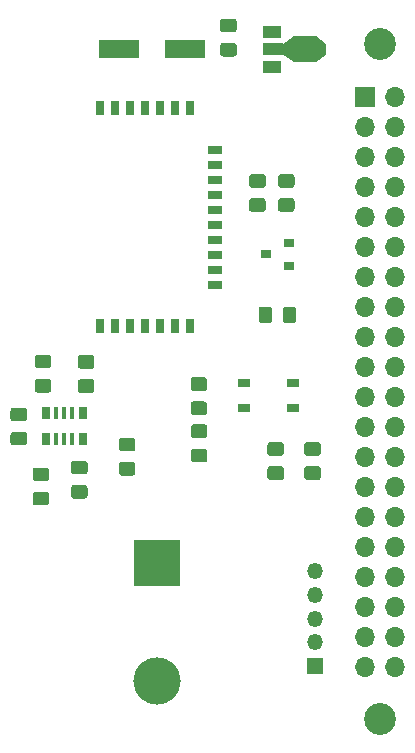
<source format=gbr>
G04 #@! TF.GenerationSoftware,KiCad,Pcbnew,(5.1.5-0-10_14)*
G04 #@! TF.CreationDate,2020-11-06T22:36:16+01:00*
G04 #@! TF.ProjectId,HB-RF-MOD,48422d52-462d-44d4-9f44-2e6b69636164,rev?*
G04 #@! TF.SameCoordinates,Original*
G04 #@! TF.FileFunction,Soldermask,Top*
G04 #@! TF.FilePolarity,Negative*
%FSLAX46Y46*%
G04 Gerber Fmt 4.6, Leading zero omitted, Abs format (unit mm)*
G04 Created by KiCad (PCBNEW (5.1.5-0-10_14)) date 2020-11-06 22:36:16*
%MOMM*%
%LPD*%
G04 APERTURE LIST*
%ADD10O,1.350000X1.350000*%
%ADD11R,1.350000X1.350000*%
%ADD12R,0.800000X1.200000*%
%ADD13R,1.200000X0.800000*%
%ADD14R,0.400000X1.100000*%
%ADD15R,0.700000X1.100000*%
%ADD16C,0.100000*%
%ADD17R,1.840000X2.200000*%
%ADD18R,1.500000X1.000000*%
%ADD19R,1.800000X1.000000*%
%ADD20R,1.050000X0.650000*%
%ADD21R,3.500000X1.600000*%
%ADD22C,2.700000*%
%ADD23R,0.900000X0.800000*%
%ADD24C,4.000000*%
%ADD25R,4.000000X4.000000*%
%ADD26O,1.700000X1.700000*%
%ADD27R,1.700000X1.700000*%
G04 APERTURE END LIST*
D10*
X187450000Y-105400000D03*
X187450000Y-107400000D03*
X187450000Y-109400000D03*
X187450000Y-111400000D03*
D11*
X187450000Y-113400000D03*
D12*
X169250000Y-66184800D03*
X170520000Y-66184800D03*
X171790000Y-66184800D03*
X173060000Y-66184800D03*
X174330000Y-66184800D03*
X175600000Y-66184800D03*
X176870000Y-66188500D03*
D13*
X179005000Y-69735000D03*
X179005000Y-71005000D03*
X179005000Y-72275000D03*
X179005000Y-73545000D03*
X179005000Y-74815000D03*
X179005000Y-76085000D03*
X179005000Y-77355000D03*
X179005000Y-78625000D03*
X179005000Y-79895000D03*
X179005000Y-81165000D03*
D12*
X176870000Y-84621000D03*
X175600000Y-84621000D03*
X174330000Y-84621000D03*
X173060000Y-84621000D03*
X171790000Y-84621000D03*
X170520000Y-84621000D03*
X169250000Y-84621000D03*
D14*
X166950000Y-94200000D03*
X166250000Y-94200000D03*
X165550000Y-94200000D03*
X165550000Y-92000000D03*
X166250000Y-92000000D03*
X166950000Y-92000000D03*
D15*
X167800000Y-94200000D03*
X164700000Y-94200000D03*
X164700000Y-92000000D03*
X167800000Y-92000000D03*
D16*
G36*
X162874505Y-93576204D02*
G01*
X162898773Y-93579804D01*
X162922572Y-93585765D01*
X162945671Y-93594030D01*
X162967850Y-93604520D01*
X162988893Y-93617132D01*
X163008599Y-93631747D01*
X163026777Y-93648223D01*
X163043253Y-93666401D01*
X163057868Y-93686107D01*
X163070480Y-93707150D01*
X163080970Y-93729329D01*
X163089235Y-93752428D01*
X163095196Y-93776227D01*
X163098796Y-93800495D01*
X163100000Y-93824999D01*
X163100000Y-94475001D01*
X163098796Y-94499505D01*
X163095196Y-94523773D01*
X163089235Y-94547572D01*
X163080970Y-94570671D01*
X163070480Y-94592850D01*
X163057868Y-94613893D01*
X163043253Y-94633599D01*
X163026777Y-94651777D01*
X163008599Y-94668253D01*
X162988893Y-94682868D01*
X162967850Y-94695480D01*
X162945671Y-94705970D01*
X162922572Y-94714235D01*
X162898773Y-94720196D01*
X162874505Y-94723796D01*
X162850001Y-94725000D01*
X161949999Y-94725000D01*
X161925495Y-94723796D01*
X161901227Y-94720196D01*
X161877428Y-94714235D01*
X161854329Y-94705970D01*
X161832150Y-94695480D01*
X161811107Y-94682868D01*
X161791401Y-94668253D01*
X161773223Y-94651777D01*
X161756747Y-94633599D01*
X161742132Y-94613893D01*
X161729520Y-94592850D01*
X161719030Y-94570671D01*
X161710765Y-94547572D01*
X161704804Y-94523773D01*
X161701204Y-94499505D01*
X161700000Y-94475001D01*
X161700000Y-93824999D01*
X161701204Y-93800495D01*
X161704804Y-93776227D01*
X161710765Y-93752428D01*
X161719030Y-93729329D01*
X161729520Y-93707150D01*
X161742132Y-93686107D01*
X161756747Y-93666401D01*
X161773223Y-93648223D01*
X161791401Y-93631747D01*
X161811107Y-93617132D01*
X161832150Y-93604520D01*
X161854329Y-93594030D01*
X161877428Y-93585765D01*
X161901227Y-93579804D01*
X161925495Y-93576204D01*
X161949999Y-93575000D01*
X162850001Y-93575000D01*
X162874505Y-93576204D01*
G37*
G36*
X162874505Y-91526204D02*
G01*
X162898773Y-91529804D01*
X162922572Y-91535765D01*
X162945671Y-91544030D01*
X162967850Y-91554520D01*
X162988893Y-91567132D01*
X163008599Y-91581747D01*
X163026777Y-91598223D01*
X163043253Y-91616401D01*
X163057868Y-91636107D01*
X163070480Y-91657150D01*
X163080970Y-91679329D01*
X163089235Y-91702428D01*
X163095196Y-91726227D01*
X163098796Y-91750495D01*
X163100000Y-91774999D01*
X163100000Y-92425001D01*
X163098796Y-92449505D01*
X163095196Y-92473773D01*
X163089235Y-92497572D01*
X163080970Y-92520671D01*
X163070480Y-92542850D01*
X163057868Y-92563893D01*
X163043253Y-92583599D01*
X163026777Y-92601777D01*
X163008599Y-92618253D01*
X162988893Y-92632868D01*
X162967850Y-92645480D01*
X162945671Y-92655970D01*
X162922572Y-92664235D01*
X162898773Y-92670196D01*
X162874505Y-92673796D01*
X162850001Y-92675000D01*
X161949999Y-92675000D01*
X161925495Y-92673796D01*
X161901227Y-92670196D01*
X161877428Y-92664235D01*
X161854329Y-92655970D01*
X161832150Y-92645480D01*
X161811107Y-92632868D01*
X161791401Y-92618253D01*
X161773223Y-92601777D01*
X161756747Y-92583599D01*
X161742132Y-92563893D01*
X161729520Y-92542850D01*
X161719030Y-92520671D01*
X161710765Y-92497572D01*
X161704804Y-92473773D01*
X161701204Y-92449505D01*
X161700000Y-92425001D01*
X161700000Y-91774999D01*
X161701204Y-91750495D01*
X161704804Y-91726227D01*
X161710765Y-91702428D01*
X161719030Y-91679329D01*
X161729520Y-91657150D01*
X161742132Y-91636107D01*
X161756747Y-91616401D01*
X161773223Y-91598223D01*
X161791401Y-91581747D01*
X161811107Y-91567132D01*
X161832150Y-91554520D01*
X161854329Y-91544030D01*
X161877428Y-91535765D01*
X161901227Y-91529804D01*
X161925495Y-91526204D01*
X161949999Y-91525000D01*
X162850001Y-91525000D01*
X162874505Y-91526204D01*
G37*
G36*
X167999505Y-98076204D02*
G01*
X168023773Y-98079804D01*
X168047572Y-98085765D01*
X168070671Y-98094030D01*
X168092850Y-98104520D01*
X168113893Y-98117132D01*
X168133599Y-98131747D01*
X168151777Y-98148223D01*
X168168253Y-98166401D01*
X168182868Y-98186107D01*
X168195480Y-98207150D01*
X168205970Y-98229329D01*
X168214235Y-98252428D01*
X168220196Y-98276227D01*
X168223796Y-98300495D01*
X168225000Y-98324999D01*
X168225000Y-98975001D01*
X168223796Y-98999505D01*
X168220196Y-99023773D01*
X168214235Y-99047572D01*
X168205970Y-99070671D01*
X168195480Y-99092850D01*
X168182868Y-99113893D01*
X168168253Y-99133599D01*
X168151777Y-99151777D01*
X168133599Y-99168253D01*
X168113893Y-99182868D01*
X168092850Y-99195480D01*
X168070671Y-99205970D01*
X168047572Y-99214235D01*
X168023773Y-99220196D01*
X167999505Y-99223796D01*
X167975001Y-99225000D01*
X167074999Y-99225000D01*
X167050495Y-99223796D01*
X167026227Y-99220196D01*
X167002428Y-99214235D01*
X166979329Y-99205970D01*
X166957150Y-99195480D01*
X166936107Y-99182868D01*
X166916401Y-99168253D01*
X166898223Y-99151777D01*
X166881747Y-99133599D01*
X166867132Y-99113893D01*
X166854520Y-99092850D01*
X166844030Y-99070671D01*
X166835765Y-99047572D01*
X166829804Y-99023773D01*
X166826204Y-98999505D01*
X166825000Y-98975001D01*
X166825000Y-98324999D01*
X166826204Y-98300495D01*
X166829804Y-98276227D01*
X166835765Y-98252428D01*
X166844030Y-98229329D01*
X166854520Y-98207150D01*
X166867132Y-98186107D01*
X166881747Y-98166401D01*
X166898223Y-98148223D01*
X166916401Y-98131747D01*
X166936107Y-98117132D01*
X166957150Y-98104520D01*
X166979329Y-98094030D01*
X167002428Y-98085765D01*
X167026227Y-98079804D01*
X167050495Y-98076204D01*
X167074999Y-98075000D01*
X167975001Y-98075000D01*
X167999505Y-98076204D01*
G37*
G36*
X167999505Y-96026204D02*
G01*
X168023773Y-96029804D01*
X168047572Y-96035765D01*
X168070671Y-96044030D01*
X168092850Y-96054520D01*
X168113893Y-96067132D01*
X168133599Y-96081747D01*
X168151777Y-96098223D01*
X168168253Y-96116401D01*
X168182868Y-96136107D01*
X168195480Y-96157150D01*
X168205970Y-96179329D01*
X168214235Y-96202428D01*
X168220196Y-96226227D01*
X168223796Y-96250495D01*
X168225000Y-96274999D01*
X168225000Y-96925001D01*
X168223796Y-96949505D01*
X168220196Y-96973773D01*
X168214235Y-96997572D01*
X168205970Y-97020671D01*
X168195480Y-97042850D01*
X168182868Y-97063893D01*
X168168253Y-97083599D01*
X168151777Y-97101777D01*
X168133599Y-97118253D01*
X168113893Y-97132868D01*
X168092850Y-97145480D01*
X168070671Y-97155970D01*
X168047572Y-97164235D01*
X168023773Y-97170196D01*
X167999505Y-97173796D01*
X167975001Y-97175000D01*
X167074999Y-97175000D01*
X167050495Y-97173796D01*
X167026227Y-97170196D01*
X167002428Y-97164235D01*
X166979329Y-97155970D01*
X166957150Y-97145480D01*
X166936107Y-97132868D01*
X166916401Y-97118253D01*
X166898223Y-97101777D01*
X166881747Y-97083599D01*
X166867132Y-97063893D01*
X166854520Y-97042850D01*
X166844030Y-97020671D01*
X166835765Y-96997572D01*
X166829804Y-96973773D01*
X166826204Y-96949505D01*
X166825000Y-96925001D01*
X166825000Y-96274999D01*
X166826204Y-96250495D01*
X166829804Y-96226227D01*
X166835765Y-96202428D01*
X166844030Y-96179329D01*
X166854520Y-96157150D01*
X166867132Y-96136107D01*
X166881747Y-96116401D01*
X166898223Y-96098223D01*
X166916401Y-96081747D01*
X166936107Y-96067132D01*
X166957150Y-96054520D01*
X166979329Y-96044030D01*
X167002428Y-96035765D01*
X167026227Y-96029804D01*
X167050495Y-96026204D01*
X167074999Y-96025000D01*
X167975001Y-96025000D01*
X167999505Y-96026204D01*
G37*
G36*
X185723800Y-62300000D02*
G01*
X184723800Y-61600000D01*
X184723800Y-60800000D01*
X185723800Y-60100000D01*
X185723800Y-62300000D01*
G37*
D17*
X186633500Y-61200000D03*
D18*
X183820000Y-62700000D03*
D19*
X183966500Y-61200000D03*
D18*
X183820000Y-59700000D03*
D16*
G36*
X187542000Y-60100000D02*
G01*
X188392000Y-60700000D01*
X188392000Y-61700000D01*
X187542000Y-62300000D01*
X187542000Y-60100000D01*
G37*
D20*
X185650000Y-91575000D03*
X181500000Y-91575000D03*
X185650000Y-89425000D03*
X181500000Y-89425000D03*
D16*
G36*
X187749505Y-96501204D02*
G01*
X187773773Y-96504804D01*
X187797572Y-96510765D01*
X187820671Y-96519030D01*
X187842850Y-96529520D01*
X187863893Y-96542132D01*
X187883599Y-96556747D01*
X187901777Y-96573223D01*
X187918253Y-96591401D01*
X187932868Y-96611107D01*
X187945480Y-96632150D01*
X187955970Y-96654329D01*
X187964235Y-96677428D01*
X187970196Y-96701227D01*
X187973796Y-96725495D01*
X187975000Y-96749999D01*
X187975000Y-97400001D01*
X187973796Y-97424505D01*
X187970196Y-97448773D01*
X187964235Y-97472572D01*
X187955970Y-97495671D01*
X187945480Y-97517850D01*
X187932868Y-97538893D01*
X187918253Y-97558599D01*
X187901777Y-97576777D01*
X187883599Y-97593253D01*
X187863893Y-97607868D01*
X187842850Y-97620480D01*
X187820671Y-97630970D01*
X187797572Y-97639235D01*
X187773773Y-97645196D01*
X187749505Y-97648796D01*
X187725001Y-97650000D01*
X186824999Y-97650000D01*
X186800495Y-97648796D01*
X186776227Y-97645196D01*
X186752428Y-97639235D01*
X186729329Y-97630970D01*
X186707150Y-97620480D01*
X186686107Y-97607868D01*
X186666401Y-97593253D01*
X186648223Y-97576777D01*
X186631747Y-97558599D01*
X186617132Y-97538893D01*
X186604520Y-97517850D01*
X186594030Y-97495671D01*
X186585765Y-97472572D01*
X186579804Y-97448773D01*
X186576204Y-97424505D01*
X186575000Y-97400001D01*
X186575000Y-96749999D01*
X186576204Y-96725495D01*
X186579804Y-96701227D01*
X186585765Y-96677428D01*
X186594030Y-96654329D01*
X186604520Y-96632150D01*
X186617132Y-96611107D01*
X186631747Y-96591401D01*
X186648223Y-96573223D01*
X186666401Y-96556747D01*
X186686107Y-96542132D01*
X186707150Y-96529520D01*
X186729329Y-96519030D01*
X186752428Y-96510765D01*
X186776227Y-96504804D01*
X186800495Y-96501204D01*
X186824999Y-96500000D01*
X187725001Y-96500000D01*
X187749505Y-96501204D01*
G37*
G36*
X187749505Y-94451204D02*
G01*
X187773773Y-94454804D01*
X187797572Y-94460765D01*
X187820671Y-94469030D01*
X187842850Y-94479520D01*
X187863893Y-94492132D01*
X187883599Y-94506747D01*
X187901777Y-94523223D01*
X187918253Y-94541401D01*
X187932868Y-94561107D01*
X187945480Y-94582150D01*
X187955970Y-94604329D01*
X187964235Y-94627428D01*
X187970196Y-94651227D01*
X187973796Y-94675495D01*
X187975000Y-94699999D01*
X187975000Y-95350001D01*
X187973796Y-95374505D01*
X187970196Y-95398773D01*
X187964235Y-95422572D01*
X187955970Y-95445671D01*
X187945480Y-95467850D01*
X187932868Y-95488893D01*
X187918253Y-95508599D01*
X187901777Y-95526777D01*
X187883599Y-95543253D01*
X187863893Y-95557868D01*
X187842850Y-95570480D01*
X187820671Y-95580970D01*
X187797572Y-95589235D01*
X187773773Y-95595196D01*
X187749505Y-95598796D01*
X187725001Y-95600000D01*
X186824999Y-95600000D01*
X186800495Y-95598796D01*
X186776227Y-95595196D01*
X186752428Y-95589235D01*
X186729329Y-95580970D01*
X186707150Y-95570480D01*
X186686107Y-95557868D01*
X186666401Y-95543253D01*
X186648223Y-95526777D01*
X186631747Y-95508599D01*
X186617132Y-95488893D01*
X186604520Y-95467850D01*
X186594030Y-95445671D01*
X186585765Y-95422572D01*
X186579804Y-95398773D01*
X186576204Y-95374505D01*
X186575000Y-95350001D01*
X186575000Y-94699999D01*
X186576204Y-94675495D01*
X186579804Y-94651227D01*
X186585765Y-94627428D01*
X186594030Y-94604329D01*
X186604520Y-94582150D01*
X186617132Y-94561107D01*
X186631747Y-94541401D01*
X186648223Y-94523223D01*
X186666401Y-94506747D01*
X186686107Y-94492132D01*
X186707150Y-94479520D01*
X186729329Y-94469030D01*
X186752428Y-94460765D01*
X186776227Y-94454804D01*
X186800495Y-94451204D01*
X186824999Y-94450000D01*
X187725001Y-94450000D01*
X187749505Y-94451204D01*
G37*
G36*
X164749505Y-98651204D02*
G01*
X164773773Y-98654804D01*
X164797572Y-98660765D01*
X164820671Y-98669030D01*
X164842850Y-98679520D01*
X164863893Y-98692132D01*
X164883599Y-98706747D01*
X164901777Y-98723223D01*
X164918253Y-98741401D01*
X164932868Y-98761107D01*
X164945480Y-98782150D01*
X164955970Y-98804329D01*
X164964235Y-98827428D01*
X164970196Y-98851227D01*
X164973796Y-98875495D01*
X164975000Y-98899999D01*
X164975000Y-99550001D01*
X164973796Y-99574505D01*
X164970196Y-99598773D01*
X164964235Y-99622572D01*
X164955970Y-99645671D01*
X164945480Y-99667850D01*
X164932868Y-99688893D01*
X164918253Y-99708599D01*
X164901777Y-99726777D01*
X164883599Y-99743253D01*
X164863893Y-99757868D01*
X164842850Y-99770480D01*
X164820671Y-99780970D01*
X164797572Y-99789235D01*
X164773773Y-99795196D01*
X164749505Y-99798796D01*
X164725001Y-99800000D01*
X163824999Y-99800000D01*
X163800495Y-99798796D01*
X163776227Y-99795196D01*
X163752428Y-99789235D01*
X163729329Y-99780970D01*
X163707150Y-99770480D01*
X163686107Y-99757868D01*
X163666401Y-99743253D01*
X163648223Y-99726777D01*
X163631747Y-99708599D01*
X163617132Y-99688893D01*
X163604520Y-99667850D01*
X163594030Y-99645671D01*
X163585765Y-99622572D01*
X163579804Y-99598773D01*
X163576204Y-99574505D01*
X163575000Y-99550001D01*
X163575000Y-98899999D01*
X163576204Y-98875495D01*
X163579804Y-98851227D01*
X163585765Y-98827428D01*
X163594030Y-98804329D01*
X163604520Y-98782150D01*
X163617132Y-98761107D01*
X163631747Y-98741401D01*
X163648223Y-98723223D01*
X163666401Y-98706747D01*
X163686107Y-98692132D01*
X163707150Y-98679520D01*
X163729329Y-98669030D01*
X163752428Y-98660765D01*
X163776227Y-98654804D01*
X163800495Y-98651204D01*
X163824999Y-98650000D01*
X164725001Y-98650000D01*
X164749505Y-98651204D01*
G37*
G36*
X164749505Y-96601204D02*
G01*
X164773773Y-96604804D01*
X164797572Y-96610765D01*
X164820671Y-96619030D01*
X164842850Y-96629520D01*
X164863893Y-96642132D01*
X164883599Y-96656747D01*
X164901777Y-96673223D01*
X164918253Y-96691401D01*
X164932868Y-96711107D01*
X164945480Y-96732150D01*
X164955970Y-96754329D01*
X164964235Y-96777428D01*
X164970196Y-96801227D01*
X164973796Y-96825495D01*
X164975000Y-96849999D01*
X164975000Y-97500001D01*
X164973796Y-97524505D01*
X164970196Y-97548773D01*
X164964235Y-97572572D01*
X164955970Y-97595671D01*
X164945480Y-97617850D01*
X164932868Y-97638893D01*
X164918253Y-97658599D01*
X164901777Y-97676777D01*
X164883599Y-97693253D01*
X164863893Y-97707868D01*
X164842850Y-97720480D01*
X164820671Y-97730970D01*
X164797572Y-97739235D01*
X164773773Y-97745196D01*
X164749505Y-97748796D01*
X164725001Y-97750000D01*
X163824999Y-97750000D01*
X163800495Y-97748796D01*
X163776227Y-97745196D01*
X163752428Y-97739235D01*
X163729329Y-97730970D01*
X163707150Y-97720480D01*
X163686107Y-97707868D01*
X163666401Y-97693253D01*
X163648223Y-97676777D01*
X163631747Y-97658599D01*
X163617132Y-97638893D01*
X163604520Y-97617850D01*
X163594030Y-97595671D01*
X163585765Y-97572572D01*
X163579804Y-97548773D01*
X163576204Y-97524505D01*
X163575000Y-97500001D01*
X163575000Y-96849999D01*
X163576204Y-96825495D01*
X163579804Y-96801227D01*
X163585765Y-96777428D01*
X163594030Y-96754329D01*
X163604520Y-96732150D01*
X163617132Y-96711107D01*
X163631747Y-96691401D01*
X163648223Y-96673223D01*
X163666401Y-96656747D01*
X163686107Y-96642132D01*
X163707150Y-96629520D01*
X163729329Y-96619030D01*
X163752428Y-96610765D01*
X163776227Y-96604804D01*
X163800495Y-96601204D01*
X163824999Y-96600000D01*
X164725001Y-96600000D01*
X164749505Y-96601204D01*
G37*
G36*
X164924505Y-87051204D02*
G01*
X164948773Y-87054804D01*
X164972572Y-87060765D01*
X164995671Y-87069030D01*
X165017850Y-87079520D01*
X165038893Y-87092132D01*
X165058599Y-87106747D01*
X165076777Y-87123223D01*
X165093253Y-87141401D01*
X165107868Y-87161107D01*
X165120480Y-87182150D01*
X165130970Y-87204329D01*
X165139235Y-87227428D01*
X165145196Y-87251227D01*
X165148796Y-87275495D01*
X165150000Y-87299999D01*
X165150000Y-87950001D01*
X165148796Y-87974505D01*
X165145196Y-87998773D01*
X165139235Y-88022572D01*
X165130970Y-88045671D01*
X165120480Y-88067850D01*
X165107868Y-88088893D01*
X165093253Y-88108599D01*
X165076777Y-88126777D01*
X165058599Y-88143253D01*
X165038893Y-88157868D01*
X165017850Y-88170480D01*
X164995671Y-88180970D01*
X164972572Y-88189235D01*
X164948773Y-88195196D01*
X164924505Y-88198796D01*
X164900001Y-88200000D01*
X163999999Y-88200000D01*
X163975495Y-88198796D01*
X163951227Y-88195196D01*
X163927428Y-88189235D01*
X163904329Y-88180970D01*
X163882150Y-88170480D01*
X163861107Y-88157868D01*
X163841401Y-88143253D01*
X163823223Y-88126777D01*
X163806747Y-88108599D01*
X163792132Y-88088893D01*
X163779520Y-88067850D01*
X163769030Y-88045671D01*
X163760765Y-88022572D01*
X163754804Y-87998773D01*
X163751204Y-87974505D01*
X163750000Y-87950001D01*
X163750000Y-87299999D01*
X163751204Y-87275495D01*
X163754804Y-87251227D01*
X163760765Y-87227428D01*
X163769030Y-87204329D01*
X163779520Y-87182150D01*
X163792132Y-87161107D01*
X163806747Y-87141401D01*
X163823223Y-87123223D01*
X163841401Y-87106747D01*
X163861107Y-87092132D01*
X163882150Y-87079520D01*
X163904329Y-87069030D01*
X163927428Y-87060765D01*
X163951227Y-87054804D01*
X163975495Y-87051204D01*
X163999999Y-87050000D01*
X164900001Y-87050000D01*
X164924505Y-87051204D01*
G37*
G36*
X164924505Y-89101204D02*
G01*
X164948773Y-89104804D01*
X164972572Y-89110765D01*
X164995671Y-89119030D01*
X165017850Y-89129520D01*
X165038893Y-89142132D01*
X165058599Y-89156747D01*
X165076777Y-89173223D01*
X165093253Y-89191401D01*
X165107868Y-89211107D01*
X165120480Y-89232150D01*
X165130970Y-89254329D01*
X165139235Y-89277428D01*
X165145196Y-89301227D01*
X165148796Y-89325495D01*
X165150000Y-89349999D01*
X165150000Y-90000001D01*
X165148796Y-90024505D01*
X165145196Y-90048773D01*
X165139235Y-90072572D01*
X165130970Y-90095671D01*
X165120480Y-90117850D01*
X165107868Y-90138893D01*
X165093253Y-90158599D01*
X165076777Y-90176777D01*
X165058599Y-90193253D01*
X165038893Y-90207868D01*
X165017850Y-90220480D01*
X164995671Y-90230970D01*
X164972572Y-90239235D01*
X164948773Y-90245196D01*
X164924505Y-90248796D01*
X164900001Y-90250000D01*
X163999999Y-90250000D01*
X163975495Y-90248796D01*
X163951227Y-90245196D01*
X163927428Y-90239235D01*
X163904329Y-90230970D01*
X163882150Y-90220480D01*
X163861107Y-90207868D01*
X163841401Y-90193253D01*
X163823223Y-90176777D01*
X163806747Y-90158599D01*
X163792132Y-90138893D01*
X163779520Y-90117850D01*
X163769030Y-90095671D01*
X163760765Y-90072572D01*
X163754804Y-90048773D01*
X163751204Y-90024505D01*
X163750000Y-90000001D01*
X163750000Y-89349999D01*
X163751204Y-89325495D01*
X163754804Y-89301227D01*
X163760765Y-89277428D01*
X163769030Y-89254329D01*
X163779520Y-89232150D01*
X163792132Y-89211107D01*
X163806747Y-89191401D01*
X163823223Y-89173223D01*
X163841401Y-89156747D01*
X163861107Y-89142132D01*
X163882150Y-89129520D01*
X163904329Y-89119030D01*
X163927428Y-89110765D01*
X163951227Y-89104804D01*
X163975495Y-89101204D01*
X163999999Y-89100000D01*
X164900001Y-89100000D01*
X164924505Y-89101204D01*
G37*
G36*
X168574505Y-87076204D02*
G01*
X168598773Y-87079804D01*
X168622572Y-87085765D01*
X168645671Y-87094030D01*
X168667850Y-87104520D01*
X168688893Y-87117132D01*
X168708599Y-87131747D01*
X168726777Y-87148223D01*
X168743253Y-87166401D01*
X168757868Y-87186107D01*
X168770480Y-87207150D01*
X168780970Y-87229329D01*
X168789235Y-87252428D01*
X168795196Y-87276227D01*
X168798796Y-87300495D01*
X168800000Y-87324999D01*
X168800000Y-87975001D01*
X168798796Y-87999505D01*
X168795196Y-88023773D01*
X168789235Y-88047572D01*
X168780970Y-88070671D01*
X168770480Y-88092850D01*
X168757868Y-88113893D01*
X168743253Y-88133599D01*
X168726777Y-88151777D01*
X168708599Y-88168253D01*
X168688893Y-88182868D01*
X168667850Y-88195480D01*
X168645671Y-88205970D01*
X168622572Y-88214235D01*
X168598773Y-88220196D01*
X168574505Y-88223796D01*
X168550001Y-88225000D01*
X167649999Y-88225000D01*
X167625495Y-88223796D01*
X167601227Y-88220196D01*
X167577428Y-88214235D01*
X167554329Y-88205970D01*
X167532150Y-88195480D01*
X167511107Y-88182868D01*
X167491401Y-88168253D01*
X167473223Y-88151777D01*
X167456747Y-88133599D01*
X167442132Y-88113893D01*
X167429520Y-88092850D01*
X167419030Y-88070671D01*
X167410765Y-88047572D01*
X167404804Y-88023773D01*
X167401204Y-87999505D01*
X167400000Y-87975001D01*
X167400000Y-87324999D01*
X167401204Y-87300495D01*
X167404804Y-87276227D01*
X167410765Y-87252428D01*
X167419030Y-87229329D01*
X167429520Y-87207150D01*
X167442132Y-87186107D01*
X167456747Y-87166401D01*
X167473223Y-87148223D01*
X167491401Y-87131747D01*
X167511107Y-87117132D01*
X167532150Y-87104520D01*
X167554329Y-87094030D01*
X167577428Y-87085765D01*
X167601227Y-87079804D01*
X167625495Y-87076204D01*
X167649999Y-87075000D01*
X168550001Y-87075000D01*
X168574505Y-87076204D01*
G37*
G36*
X168574505Y-89126204D02*
G01*
X168598773Y-89129804D01*
X168622572Y-89135765D01*
X168645671Y-89144030D01*
X168667850Y-89154520D01*
X168688893Y-89167132D01*
X168708599Y-89181747D01*
X168726777Y-89198223D01*
X168743253Y-89216401D01*
X168757868Y-89236107D01*
X168770480Y-89257150D01*
X168780970Y-89279329D01*
X168789235Y-89302428D01*
X168795196Y-89326227D01*
X168798796Y-89350495D01*
X168800000Y-89374999D01*
X168800000Y-90025001D01*
X168798796Y-90049505D01*
X168795196Y-90073773D01*
X168789235Y-90097572D01*
X168780970Y-90120671D01*
X168770480Y-90142850D01*
X168757868Y-90163893D01*
X168743253Y-90183599D01*
X168726777Y-90201777D01*
X168708599Y-90218253D01*
X168688893Y-90232868D01*
X168667850Y-90245480D01*
X168645671Y-90255970D01*
X168622572Y-90264235D01*
X168598773Y-90270196D01*
X168574505Y-90273796D01*
X168550001Y-90275000D01*
X167649999Y-90275000D01*
X167625495Y-90273796D01*
X167601227Y-90270196D01*
X167577428Y-90264235D01*
X167554329Y-90255970D01*
X167532150Y-90245480D01*
X167511107Y-90232868D01*
X167491401Y-90218253D01*
X167473223Y-90201777D01*
X167456747Y-90183599D01*
X167442132Y-90163893D01*
X167429520Y-90142850D01*
X167419030Y-90120671D01*
X167410765Y-90097572D01*
X167404804Y-90073773D01*
X167401204Y-90049505D01*
X167400000Y-90025001D01*
X167400000Y-89374999D01*
X167401204Y-89350495D01*
X167404804Y-89326227D01*
X167410765Y-89302428D01*
X167419030Y-89279329D01*
X167429520Y-89257150D01*
X167442132Y-89236107D01*
X167456747Y-89216401D01*
X167473223Y-89198223D01*
X167491401Y-89181747D01*
X167511107Y-89167132D01*
X167532150Y-89154520D01*
X167554329Y-89144030D01*
X167577428Y-89135765D01*
X167601227Y-89129804D01*
X167625495Y-89126204D01*
X167649999Y-89125000D01*
X168550001Y-89125000D01*
X168574505Y-89126204D01*
G37*
D21*
X170850000Y-61200000D03*
X176450000Y-61200000D03*
D16*
G36*
X184624505Y-94451204D02*
G01*
X184648773Y-94454804D01*
X184672572Y-94460765D01*
X184695671Y-94469030D01*
X184717850Y-94479520D01*
X184738893Y-94492132D01*
X184758599Y-94506747D01*
X184776777Y-94523223D01*
X184793253Y-94541401D01*
X184807868Y-94561107D01*
X184820480Y-94582150D01*
X184830970Y-94604329D01*
X184839235Y-94627428D01*
X184845196Y-94651227D01*
X184848796Y-94675495D01*
X184850000Y-94699999D01*
X184850000Y-95350001D01*
X184848796Y-95374505D01*
X184845196Y-95398773D01*
X184839235Y-95422572D01*
X184830970Y-95445671D01*
X184820480Y-95467850D01*
X184807868Y-95488893D01*
X184793253Y-95508599D01*
X184776777Y-95526777D01*
X184758599Y-95543253D01*
X184738893Y-95557868D01*
X184717850Y-95570480D01*
X184695671Y-95580970D01*
X184672572Y-95589235D01*
X184648773Y-95595196D01*
X184624505Y-95598796D01*
X184600001Y-95600000D01*
X183699999Y-95600000D01*
X183675495Y-95598796D01*
X183651227Y-95595196D01*
X183627428Y-95589235D01*
X183604329Y-95580970D01*
X183582150Y-95570480D01*
X183561107Y-95557868D01*
X183541401Y-95543253D01*
X183523223Y-95526777D01*
X183506747Y-95508599D01*
X183492132Y-95488893D01*
X183479520Y-95467850D01*
X183469030Y-95445671D01*
X183460765Y-95422572D01*
X183454804Y-95398773D01*
X183451204Y-95374505D01*
X183450000Y-95350001D01*
X183450000Y-94699999D01*
X183451204Y-94675495D01*
X183454804Y-94651227D01*
X183460765Y-94627428D01*
X183469030Y-94604329D01*
X183479520Y-94582150D01*
X183492132Y-94561107D01*
X183506747Y-94541401D01*
X183523223Y-94523223D01*
X183541401Y-94506747D01*
X183561107Y-94492132D01*
X183582150Y-94479520D01*
X183604329Y-94469030D01*
X183627428Y-94460765D01*
X183651227Y-94454804D01*
X183675495Y-94451204D01*
X183699999Y-94450000D01*
X184600001Y-94450000D01*
X184624505Y-94451204D01*
G37*
G36*
X184624505Y-96501204D02*
G01*
X184648773Y-96504804D01*
X184672572Y-96510765D01*
X184695671Y-96519030D01*
X184717850Y-96529520D01*
X184738893Y-96542132D01*
X184758599Y-96556747D01*
X184776777Y-96573223D01*
X184793253Y-96591401D01*
X184807868Y-96611107D01*
X184820480Y-96632150D01*
X184830970Y-96654329D01*
X184839235Y-96677428D01*
X184845196Y-96701227D01*
X184848796Y-96725495D01*
X184850000Y-96749999D01*
X184850000Y-97400001D01*
X184848796Y-97424505D01*
X184845196Y-97448773D01*
X184839235Y-97472572D01*
X184830970Y-97495671D01*
X184820480Y-97517850D01*
X184807868Y-97538893D01*
X184793253Y-97558599D01*
X184776777Y-97576777D01*
X184758599Y-97593253D01*
X184738893Y-97607868D01*
X184717850Y-97620480D01*
X184695671Y-97630970D01*
X184672572Y-97639235D01*
X184648773Y-97645196D01*
X184624505Y-97648796D01*
X184600001Y-97650000D01*
X183699999Y-97650000D01*
X183675495Y-97648796D01*
X183651227Y-97645196D01*
X183627428Y-97639235D01*
X183604329Y-97630970D01*
X183582150Y-97620480D01*
X183561107Y-97607868D01*
X183541401Y-97593253D01*
X183523223Y-97576777D01*
X183506747Y-97558599D01*
X183492132Y-97538893D01*
X183479520Y-97517850D01*
X183469030Y-97495671D01*
X183460765Y-97472572D01*
X183454804Y-97448773D01*
X183451204Y-97424505D01*
X183450000Y-97400001D01*
X183450000Y-96749999D01*
X183451204Y-96725495D01*
X183454804Y-96701227D01*
X183460765Y-96677428D01*
X183469030Y-96654329D01*
X183479520Y-96632150D01*
X183492132Y-96611107D01*
X183506747Y-96591401D01*
X183523223Y-96573223D01*
X183541401Y-96556747D01*
X183561107Y-96542132D01*
X183582150Y-96529520D01*
X183604329Y-96519030D01*
X183627428Y-96510765D01*
X183651227Y-96504804D01*
X183675495Y-96501204D01*
X183699999Y-96500000D01*
X184600001Y-96500000D01*
X184624505Y-96501204D01*
G37*
G36*
X180624505Y-58601204D02*
G01*
X180648773Y-58604804D01*
X180672572Y-58610765D01*
X180695671Y-58619030D01*
X180717850Y-58629520D01*
X180738893Y-58642132D01*
X180758599Y-58656747D01*
X180776777Y-58673223D01*
X180793253Y-58691401D01*
X180807868Y-58711107D01*
X180820480Y-58732150D01*
X180830970Y-58754329D01*
X180839235Y-58777428D01*
X180845196Y-58801227D01*
X180848796Y-58825495D01*
X180850000Y-58849999D01*
X180850000Y-59500001D01*
X180848796Y-59524505D01*
X180845196Y-59548773D01*
X180839235Y-59572572D01*
X180830970Y-59595671D01*
X180820480Y-59617850D01*
X180807868Y-59638893D01*
X180793253Y-59658599D01*
X180776777Y-59676777D01*
X180758599Y-59693253D01*
X180738893Y-59707868D01*
X180717850Y-59720480D01*
X180695671Y-59730970D01*
X180672572Y-59739235D01*
X180648773Y-59745196D01*
X180624505Y-59748796D01*
X180600001Y-59750000D01*
X179699999Y-59750000D01*
X179675495Y-59748796D01*
X179651227Y-59745196D01*
X179627428Y-59739235D01*
X179604329Y-59730970D01*
X179582150Y-59720480D01*
X179561107Y-59707868D01*
X179541401Y-59693253D01*
X179523223Y-59676777D01*
X179506747Y-59658599D01*
X179492132Y-59638893D01*
X179479520Y-59617850D01*
X179469030Y-59595671D01*
X179460765Y-59572572D01*
X179454804Y-59548773D01*
X179451204Y-59524505D01*
X179450000Y-59500001D01*
X179450000Y-58849999D01*
X179451204Y-58825495D01*
X179454804Y-58801227D01*
X179460765Y-58777428D01*
X179469030Y-58754329D01*
X179479520Y-58732150D01*
X179492132Y-58711107D01*
X179506747Y-58691401D01*
X179523223Y-58673223D01*
X179541401Y-58656747D01*
X179561107Y-58642132D01*
X179582150Y-58629520D01*
X179604329Y-58619030D01*
X179627428Y-58610765D01*
X179651227Y-58604804D01*
X179675495Y-58601204D01*
X179699999Y-58600000D01*
X180600001Y-58600000D01*
X180624505Y-58601204D01*
G37*
G36*
X180624505Y-60651204D02*
G01*
X180648773Y-60654804D01*
X180672572Y-60660765D01*
X180695671Y-60669030D01*
X180717850Y-60679520D01*
X180738893Y-60692132D01*
X180758599Y-60706747D01*
X180776777Y-60723223D01*
X180793253Y-60741401D01*
X180807868Y-60761107D01*
X180820480Y-60782150D01*
X180830970Y-60804329D01*
X180839235Y-60827428D01*
X180845196Y-60851227D01*
X180848796Y-60875495D01*
X180850000Y-60899999D01*
X180850000Y-61550001D01*
X180848796Y-61574505D01*
X180845196Y-61598773D01*
X180839235Y-61622572D01*
X180830970Y-61645671D01*
X180820480Y-61667850D01*
X180807868Y-61688893D01*
X180793253Y-61708599D01*
X180776777Y-61726777D01*
X180758599Y-61743253D01*
X180738893Y-61757868D01*
X180717850Y-61770480D01*
X180695671Y-61780970D01*
X180672572Y-61789235D01*
X180648773Y-61795196D01*
X180624505Y-61798796D01*
X180600001Y-61800000D01*
X179699999Y-61800000D01*
X179675495Y-61798796D01*
X179651227Y-61795196D01*
X179627428Y-61789235D01*
X179604329Y-61780970D01*
X179582150Y-61770480D01*
X179561107Y-61757868D01*
X179541401Y-61743253D01*
X179523223Y-61726777D01*
X179506747Y-61708599D01*
X179492132Y-61688893D01*
X179479520Y-61667850D01*
X179469030Y-61645671D01*
X179460765Y-61622572D01*
X179454804Y-61598773D01*
X179451204Y-61574505D01*
X179450000Y-61550001D01*
X179450000Y-60899999D01*
X179451204Y-60875495D01*
X179454804Y-60851227D01*
X179460765Y-60827428D01*
X179469030Y-60804329D01*
X179479520Y-60782150D01*
X179492132Y-60761107D01*
X179506747Y-60741401D01*
X179523223Y-60723223D01*
X179541401Y-60706747D01*
X179561107Y-60692132D01*
X179582150Y-60679520D01*
X179604329Y-60669030D01*
X179627428Y-60660765D01*
X179651227Y-60654804D01*
X179675495Y-60651204D01*
X179699999Y-60650000D01*
X180600001Y-60650000D01*
X180624505Y-60651204D01*
G37*
D22*
X193000000Y-60700000D03*
X193000000Y-117900000D03*
D16*
G36*
X172049505Y-94076204D02*
G01*
X172073773Y-94079804D01*
X172097572Y-94085765D01*
X172120671Y-94094030D01*
X172142850Y-94104520D01*
X172163893Y-94117132D01*
X172183599Y-94131747D01*
X172201777Y-94148223D01*
X172218253Y-94166401D01*
X172232868Y-94186107D01*
X172245480Y-94207150D01*
X172255970Y-94229329D01*
X172264235Y-94252428D01*
X172270196Y-94276227D01*
X172273796Y-94300495D01*
X172275000Y-94324999D01*
X172275000Y-94975001D01*
X172273796Y-94999505D01*
X172270196Y-95023773D01*
X172264235Y-95047572D01*
X172255970Y-95070671D01*
X172245480Y-95092850D01*
X172232868Y-95113893D01*
X172218253Y-95133599D01*
X172201777Y-95151777D01*
X172183599Y-95168253D01*
X172163893Y-95182868D01*
X172142850Y-95195480D01*
X172120671Y-95205970D01*
X172097572Y-95214235D01*
X172073773Y-95220196D01*
X172049505Y-95223796D01*
X172025001Y-95225000D01*
X171124999Y-95225000D01*
X171100495Y-95223796D01*
X171076227Y-95220196D01*
X171052428Y-95214235D01*
X171029329Y-95205970D01*
X171007150Y-95195480D01*
X170986107Y-95182868D01*
X170966401Y-95168253D01*
X170948223Y-95151777D01*
X170931747Y-95133599D01*
X170917132Y-95113893D01*
X170904520Y-95092850D01*
X170894030Y-95070671D01*
X170885765Y-95047572D01*
X170879804Y-95023773D01*
X170876204Y-94999505D01*
X170875000Y-94975001D01*
X170875000Y-94324999D01*
X170876204Y-94300495D01*
X170879804Y-94276227D01*
X170885765Y-94252428D01*
X170894030Y-94229329D01*
X170904520Y-94207150D01*
X170917132Y-94186107D01*
X170931747Y-94166401D01*
X170948223Y-94148223D01*
X170966401Y-94131747D01*
X170986107Y-94117132D01*
X171007150Y-94104520D01*
X171029329Y-94094030D01*
X171052428Y-94085765D01*
X171076227Y-94079804D01*
X171100495Y-94076204D01*
X171124999Y-94075000D01*
X172025001Y-94075000D01*
X172049505Y-94076204D01*
G37*
G36*
X172049505Y-96126204D02*
G01*
X172073773Y-96129804D01*
X172097572Y-96135765D01*
X172120671Y-96144030D01*
X172142850Y-96154520D01*
X172163893Y-96167132D01*
X172183599Y-96181747D01*
X172201777Y-96198223D01*
X172218253Y-96216401D01*
X172232868Y-96236107D01*
X172245480Y-96257150D01*
X172255970Y-96279329D01*
X172264235Y-96302428D01*
X172270196Y-96326227D01*
X172273796Y-96350495D01*
X172275000Y-96374999D01*
X172275000Y-97025001D01*
X172273796Y-97049505D01*
X172270196Y-97073773D01*
X172264235Y-97097572D01*
X172255970Y-97120671D01*
X172245480Y-97142850D01*
X172232868Y-97163893D01*
X172218253Y-97183599D01*
X172201777Y-97201777D01*
X172183599Y-97218253D01*
X172163893Y-97232868D01*
X172142850Y-97245480D01*
X172120671Y-97255970D01*
X172097572Y-97264235D01*
X172073773Y-97270196D01*
X172049505Y-97273796D01*
X172025001Y-97275000D01*
X171124999Y-97275000D01*
X171100495Y-97273796D01*
X171076227Y-97270196D01*
X171052428Y-97264235D01*
X171029329Y-97255970D01*
X171007150Y-97245480D01*
X170986107Y-97232868D01*
X170966401Y-97218253D01*
X170948223Y-97201777D01*
X170931747Y-97183599D01*
X170917132Y-97163893D01*
X170904520Y-97142850D01*
X170894030Y-97120671D01*
X170885765Y-97097572D01*
X170879804Y-97073773D01*
X170876204Y-97049505D01*
X170875000Y-97025001D01*
X170875000Y-96374999D01*
X170876204Y-96350495D01*
X170879804Y-96326227D01*
X170885765Y-96302428D01*
X170894030Y-96279329D01*
X170904520Y-96257150D01*
X170917132Y-96236107D01*
X170931747Y-96216401D01*
X170948223Y-96198223D01*
X170966401Y-96181747D01*
X170986107Y-96167132D01*
X171007150Y-96154520D01*
X171029329Y-96144030D01*
X171052428Y-96135765D01*
X171076227Y-96129804D01*
X171100495Y-96126204D01*
X171124999Y-96125000D01*
X172025001Y-96125000D01*
X172049505Y-96126204D01*
G37*
G36*
X178124505Y-88955504D02*
G01*
X178148773Y-88959104D01*
X178172572Y-88965065D01*
X178195671Y-88973330D01*
X178217850Y-88983820D01*
X178238893Y-88996432D01*
X178258599Y-89011047D01*
X178276777Y-89027523D01*
X178293253Y-89045701D01*
X178307868Y-89065407D01*
X178320480Y-89086450D01*
X178330970Y-89108629D01*
X178339235Y-89131728D01*
X178345196Y-89155527D01*
X178348796Y-89179795D01*
X178350000Y-89204299D01*
X178350000Y-89854301D01*
X178348796Y-89878805D01*
X178345196Y-89903073D01*
X178339235Y-89926872D01*
X178330970Y-89949971D01*
X178320480Y-89972150D01*
X178307868Y-89993193D01*
X178293253Y-90012899D01*
X178276777Y-90031077D01*
X178258599Y-90047553D01*
X178238893Y-90062168D01*
X178217850Y-90074780D01*
X178195671Y-90085270D01*
X178172572Y-90093535D01*
X178148773Y-90099496D01*
X178124505Y-90103096D01*
X178100001Y-90104300D01*
X177199999Y-90104300D01*
X177175495Y-90103096D01*
X177151227Y-90099496D01*
X177127428Y-90093535D01*
X177104329Y-90085270D01*
X177082150Y-90074780D01*
X177061107Y-90062168D01*
X177041401Y-90047553D01*
X177023223Y-90031077D01*
X177006747Y-90012899D01*
X176992132Y-89993193D01*
X176979520Y-89972150D01*
X176969030Y-89949971D01*
X176960765Y-89926872D01*
X176954804Y-89903073D01*
X176951204Y-89878805D01*
X176950000Y-89854301D01*
X176950000Y-89204299D01*
X176951204Y-89179795D01*
X176954804Y-89155527D01*
X176960765Y-89131728D01*
X176969030Y-89108629D01*
X176979520Y-89086450D01*
X176992132Y-89065407D01*
X177006747Y-89045701D01*
X177023223Y-89027523D01*
X177041401Y-89011047D01*
X177061107Y-88996432D01*
X177082150Y-88983820D01*
X177104329Y-88973330D01*
X177127428Y-88965065D01*
X177151227Y-88959104D01*
X177175495Y-88955504D01*
X177199999Y-88954300D01*
X178100001Y-88954300D01*
X178124505Y-88955504D01*
G37*
G36*
X178124505Y-91005504D02*
G01*
X178148773Y-91009104D01*
X178172572Y-91015065D01*
X178195671Y-91023330D01*
X178217850Y-91033820D01*
X178238893Y-91046432D01*
X178258599Y-91061047D01*
X178276777Y-91077523D01*
X178293253Y-91095701D01*
X178307868Y-91115407D01*
X178320480Y-91136450D01*
X178330970Y-91158629D01*
X178339235Y-91181728D01*
X178345196Y-91205527D01*
X178348796Y-91229795D01*
X178350000Y-91254299D01*
X178350000Y-91904301D01*
X178348796Y-91928805D01*
X178345196Y-91953073D01*
X178339235Y-91976872D01*
X178330970Y-91999971D01*
X178320480Y-92022150D01*
X178307868Y-92043193D01*
X178293253Y-92062899D01*
X178276777Y-92081077D01*
X178258599Y-92097553D01*
X178238893Y-92112168D01*
X178217850Y-92124780D01*
X178195671Y-92135270D01*
X178172572Y-92143535D01*
X178148773Y-92149496D01*
X178124505Y-92153096D01*
X178100001Y-92154300D01*
X177199999Y-92154300D01*
X177175495Y-92153096D01*
X177151227Y-92149496D01*
X177127428Y-92143535D01*
X177104329Y-92135270D01*
X177082150Y-92124780D01*
X177061107Y-92112168D01*
X177041401Y-92097553D01*
X177023223Y-92081077D01*
X177006747Y-92062899D01*
X176992132Y-92043193D01*
X176979520Y-92022150D01*
X176969030Y-91999971D01*
X176960765Y-91976872D01*
X176954804Y-91953073D01*
X176951204Y-91928805D01*
X176950000Y-91904301D01*
X176950000Y-91254299D01*
X176951204Y-91229795D01*
X176954804Y-91205527D01*
X176960765Y-91181728D01*
X176969030Y-91158629D01*
X176979520Y-91136450D01*
X176992132Y-91115407D01*
X177006747Y-91095701D01*
X177023223Y-91077523D01*
X177041401Y-91061047D01*
X177061107Y-91046432D01*
X177082150Y-91033820D01*
X177104329Y-91023330D01*
X177127428Y-91015065D01*
X177151227Y-91009104D01*
X177175495Y-91005504D01*
X177199999Y-91004300D01*
X178100001Y-91004300D01*
X178124505Y-91005504D01*
G37*
G36*
X178149505Y-95001204D02*
G01*
X178173773Y-95004804D01*
X178197572Y-95010765D01*
X178220671Y-95019030D01*
X178242850Y-95029520D01*
X178263893Y-95042132D01*
X178283599Y-95056747D01*
X178301777Y-95073223D01*
X178318253Y-95091401D01*
X178332868Y-95111107D01*
X178345480Y-95132150D01*
X178355970Y-95154329D01*
X178364235Y-95177428D01*
X178370196Y-95201227D01*
X178373796Y-95225495D01*
X178375000Y-95249999D01*
X178375000Y-95900001D01*
X178373796Y-95924505D01*
X178370196Y-95948773D01*
X178364235Y-95972572D01*
X178355970Y-95995671D01*
X178345480Y-96017850D01*
X178332868Y-96038893D01*
X178318253Y-96058599D01*
X178301777Y-96076777D01*
X178283599Y-96093253D01*
X178263893Y-96107868D01*
X178242850Y-96120480D01*
X178220671Y-96130970D01*
X178197572Y-96139235D01*
X178173773Y-96145196D01*
X178149505Y-96148796D01*
X178125001Y-96150000D01*
X177224999Y-96150000D01*
X177200495Y-96148796D01*
X177176227Y-96145196D01*
X177152428Y-96139235D01*
X177129329Y-96130970D01*
X177107150Y-96120480D01*
X177086107Y-96107868D01*
X177066401Y-96093253D01*
X177048223Y-96076777D01*
X177031747Y-96058599D01*
X177017132Y-96038893D01*
X177004520Y-96017850D01*
X176994030Y-95995671D01*
X176985765Y-95972572D01*
X176979804Y-95948773D01*
X176976204Y-95924505D01*
X176975000Y-95900001D01*
X176975000Y-95249999D01*
X176976204Y-95225495D01*
X176979804Y-95201227D01*
X176985765Y-95177428D01*
X176994030Y-95154329D01*
X177004520Y-95132150D01*
X177017132Y-95111107D01*
X177031747Y-95091401D01*
X177048223Y-95073223D01*
X177066401Y-95056747D01*
X177086107Y-95042132D01*
X177107150Y-95029520D01*
X177129329Y-95019030D01*
X177152428Y-95010765D01*
X177176227Y-95004804D01*
X177200495Y-95001204D01*
X177224999Y-95000000D01*
X178125001Y-95000000D01*
X178149505Y-95001204D01*
G37*
G36*
X178149505Y-92951204D02*
G01*
X178173773Y-92954804D01*
X178197572Y-92960765D01*
X178220671Y-92969030D01*
X178242850Y-92979520D01*
X178263893Y-92992132D01*
X178283599Y-93006747D01*
X178301777Y-93023223D01*
X178318253Y-93041401D01*
X178332868Y-93061107D01*
X178345480Y-93082150D01*
X178355970Y-93104329D01*
X178364235Y-93127428D01*
X178370196Y-93151227D01*
X178373796Y-93175495D01*
X178375000Y-93199999D01*
X178375000Y-93850001D01*
X178373796Y-93874505D01*
X178370196Y-93898773D01*
X178364235Y-93922572D01*
X178355970Y-93945671D01*
X178345480Y-93967850D01*
X178332868Y-93988893D01*
X178318253Y-94008599D01*
X178301777Y-94026777D01*
X178283599Y-94043253D01*
X178263893Y-94057868D01*
X178242850Y-94070480D01*
X178220671Y-94080970D01*
X178197572Y-94089235D01*
X178173773Y-94095196D01*
X178149505Y-94098796D01*
X178125001Y-94100000D01*
X177224999Y-94100000D01*
X177200495Y-94098796D01*
X177176227Y-94095196D01*
X177152428Y-94089235D01*
X177129329Y-94080970D01*
X177107150Y-94070480D01*
X177086107Y-94057868D01*
X177066401Y-94043253D01*
X177048223Y-94026777D01*
X177031747Y-94008599D01*
X177017132Y-93988893D01*
X177004520Y-93967850D01*
X176994030Y-93945671D01*
X176985765Y-93922572D01*
X176979804Y-93898773D01*
X176976204Y-93874505D01*
X176975000Y-93850001D01*
X176975000Y-93199999D01*
X176976204Y-93175495D01*
X176979804Y-93151227D01*
X176985765Y-93127428D01*
X176994030Y-93104329D01*
X177004520Y-93082150D01*
X177017132Y-93061107D01*
X177031747Y-93041401D01*
X177048223Y-93023223D01*
X177066401Y-93006747D01*
X177086107Y-92992132D01*
X177107150Y-92979520D01*
X177129329Y-92969030D01*
X177152428Y-92960765D01*
X177176227Y-92954804D01*
X177200495Y-92951204D01*
X177224999Y-92950000D01*
X178125001Y-92950000D01*
X178149505Y-92951204D01*
G37*
D23*
X183300000Y-78550000D03*
X185300000Y-77600000D03*
X185300000Y-79500000D03*
D24*
X174100000Y-114700000D03*
D25*
X174100000Y-104700000D03*
D26*
X194290000Y-113460000D03*
X191750000Y-113460000D03*
X194290000Y-110920000D03*
X191750000Y-110920000D03*
X194290000Y-108380000D03*
X191750000Y-108380000D03*
X194290000Y-105840000D03*
X191750000Y-105840000D03*
X194290000Y-103300000D03*
X191750000Y-103300000D03*
X194290000Y-100760000D03*
X191750000Y-100760000D03*
X194290000Y-98220000D03*
X191750000Y-98220000D03*
X194290000Y-95680000D03*
X191750000Y-95680000D03*
X194290000Y-93140000D03*
X191750000Y-93140000D03*
X194290000Y-90600000D03*
X191750000Y-90600000D03*
X194290000Y-88060000D03*
X191750000Y-88060000D03*
X194290000Y-85520000D03*
X191750000Y-85520000D03*
X194290000Y-82980000D03*
X191750000Y-82980000D03*
X194290000Y-80440000D03*
X191750000Y-80440000D03*
X194290000Y-77900000D03*
X191750000Y-77900000D03*
X194290000Y-75360000D03*
X191750000Y-75360000D03*
X194290000Y-72820000D03*
X191750000Y-72820000D03*
X194290000Y-70280000D03*
X191750000Y-70280000D03*
X194290000Y-67740000D03*
X191750000Y-67740000D03*
X194290000Y-65200000D03*
D27*
X191750000Y-65200000D03*
D16*
G36*
X183624505Y-82976204D02*
G01*
X183648773Y-82979804D01*
X183672572Y-82985765D01*
X183695671Y-82994030D01*
X183717850Y-83004520D01*
X183738893Y-83017132D01*
X183758599Y-83031747D01*
X183776777Y-83048223D01*
X183793253Y-83066401D01*
X183807868Y-83086107D01*
X183820480Y-83107150D01*
X183830970Y-83129329D01*
X183839235Y-83152428D01*
X183845196Y-83176227D01*
X183848796Y-83200495D01*
X183850000Y-83224999D01*
X183850000Y-84125001D01*
X183848796Y-84149505D01*
X183845196Y-84173773D01*
X183839235Y-84197572D01*
X183830970Y-84220671D01*
X183820480Y-84242850D01*
X183807868Y-84263893D01*
X183793253Y-84283599D01*
X183776777Y-84301777D01*
X183758599Y-84318253D01*
X183738893Y-84332868D01*
X183717850Y-84345480D01*
X183695671Y-84355970D01*
X183672572Y-84364235D01*
X183648773Y-84370196D01*
X183624505Y-84373796D01*
X183600001Y-84375000D01*
X182949999Y-84375000D01*
X182925495Y-84373796D01*
X182901227Y-84370196D01*
X182877428Y-84364235D01*
X182854329Y-84355970D01*
X182832150Y-84345480D01*
X182811107Y-84332868D01*
X182791401Y-84318253D01*
X182773223Y-84301777D01*
X182756747Y-84283599D01*
X182742132Y-84263893D01*
X182729520Y-84242850D01*
X182719030Y-84220671D01*
X182710765Y-84197572D01*
X182704804Y-84173773D01*
X182701204Y-84149505D01*
X182700000Y-84125001D01*
X182700000Y-83224999D01*
X182701204Y-83200495D01*
X182704804Y-83176227D01*
X182710765Y-83152428D01*
X182719030Y-83129329D01*
X182729520Y-83107150D01*
X182742132Y-83086107D01*
X182756747Y-83066401D01*
X182773223Y-83048223D01*
X182791401Y-83031747D01*
X182811107Y-83017132D01*
X182832150Y-83004520D01*
X182854329Y-82994030D01*
X182877428Y-82985765D01*
X182901227Y-82979804D01*
X182925495Y-82976204D01*
X182949999Y-82975000D01*
X183600001Y-82975000D01*
X183624505Y-82976204D01*
G37*
G36*
X185674505Y-82976204D02*
G01*
X185698773Y-82979804D01*
X185722572Y-82985765D01*
X185745671Y-82994030D01*
X185767850Y-83004520D01*
X185788893Y-83017132D01*
X185808599Y-83031747D01*
X185826777Y-83048223D01*
X185843253Y-83066401D01*
X185857868Y-83086107D01*
X185870480Y-83107150D01*
X185880970Y-83129329D01*
X185889235Y-83152428D01*
X185895196Y-83176227D01*
X185898796Y-83200495D01*
X185900000Y-83224999D01*
X185900000Y-84125001D01*
X185898796Y-84149505D01*
X185895196Y-84173773D01*
X185889235Y-84197572D01*
X185880970Y-84220671D01*
X185870480Y-84242850D01*
X185857868Y-84263893D01*
X185843253Y-84283599D01*
X185826777Y-84301777D01*
X185808599Y-84318253D01*
X185788893Y-84332868D01*
X185767850Y-84345480D01*
X185745671Y-84355970D01*
X185722572Y-84364235D01*
X185698773Y-84370196D01*
X185674505Y-84373796D01*
X185650001Y-84375000D01*
X184999999Y-84375000D01*
X184975495Y-84373796D01*
X184951227Y-84370196D01*
X184927428Y-84364235D01*
X184904329Y-84355970D01*
X184882150Y-84345480D01*
X184861107Y-84332868D01*
X184841401Y-84318253D01*
X184823223Y-84301777D01*
X184806747Y-84283599D01*
X184792132Y-84263893D01*
X184779520Y-84242850D01*
X184769030Y-84220671D01*
X184760765Y-84197572D01*
X184754804Y-84173773D01*
X184751204Y-84149505D01*
X184750000Y-84125001D01*
X184750000Y-83224999D01*
X184751204Y-83200495D01*
X184754804Y-83176227D01*
X184760765Y-83152428D01*
X184769030Y-83129329D01*
X184779520Y-83107150D01*
X184792132Y-83086107D01*
X184806747Y-83066401D01*
X184823223Y-83048223D01*
X184841401Y-83031747D01*
X184861107Y-83017132D01*
X184882150Y-83004520D01*
X184904329Y-82994030D01*
X184927428Y-82985765D01*
X184951227Y-82979804D01*
X184975495Y-82976204D01*
X184999999Y-82975000D01*
X185650001Y-82975000D01*
X185674505Y-82976204D01*
G37*
G36*
X183074505Y-73801204D02*
G01*
X183098773Y-73804804D01*
X183122572Y-73810765D01*
X183145671Y-73819030D01*
X183167850Y-73829520D01*
X183188893Y-73842132D01*
X183208599Y-73856747D01*
X183226777Y-73873223D01*
X183243253Y-73891401D01*
X183257868Y-73911107D01*
X183270480Y-73932150D01*
X183280970Y-73954329D01*
X183289235Y-73977428D01*
X183295196Y-74001227D01*
X183298796Y-74025495D01*
X183300000Y-74049999D01*
X183300000Y-74700001D01*
X183298796Y-74724505D01*
X183295196Y-74748773D01*
X183289235Y-74772572D01*
X183280970Y-74795671D01*
X183270480Y-74817850D01*
X183257868Y-74838893D01*
X183243253Y-74858599D01*
X183226777Y-74876777D01*
X183208599Y-74893253D01*
X183188893Y-74907868D01*
X183167850Y-74920480D01*
X183145671Y-74930970D01*
X183122572Y-74939235D01*
X183098773Y-74945196D01*
X183074505Y-74948796D01*
X183050001Y-74950000D01*
X182149999Y-74950000D01*
X182125495Y-74948796D01*
X182101227Y-74945196D01*
X182077428Y-74939235D01*
X182054329Y-74930970D01*
X182032150Y-74920480D01*
X182011107Y-74907868D01*
X181991401Y-74893253D01*
X181973223Y-74876777D01*
X181956747Y-74858599D01*
X181942132Y-74838893D01*
X181929520Y-74817850D01*
X181919030Y-74795671D01*
X181910765Y-74772572D01*
X181904804Y-74748773D01*
X181901204Y-74724505D01*
X181900000Y-74700001D01*
X181900000Y-74049999D01*
X181901204Y-74025495D01*
X181904804Y-74001227D01*
X181910765Y-73977428D01*
X181919030Y-73954329D01*
X181929520Y-73932150D01*
X181942132Y-73911107D01*
X181956747Y-73891401D01*
X181973223Y-73873223D01*
X181991401Y-73856747D01*
X182011107Y-73842132D01*
X182032150Y-73829520D01*
X182054329Y-73819030D01*
X182077428Y-73810765D01*
X182101227Y-73804804D01*
X182125495Y-73801204D01*
X182149999Y-73800000D01*
X183050001Y-73800000D01*
X183074505Y-73801204D01*
G37*
G36*
X183074505Y-71751204D02*
G01*
X183098773Y-71754804D01*
X183122572Y-71760765D01*
X183145671Y-71769030D01*
X183167850Y-71779520D01*
X183188893Y-71792132D01*
X183208599Y-71806747D01*
X183226777Y-71823223D01*
X183243253Y-71841401D01*
X183257868Y-71861107D01*
X183270480Y-71882150D01*
X183280970Y-71904329D01*
X183289235Y-71927428D01*
X183295196Y-71951227D01*
X183298796Y-71975495D01*
X183300000Y-71999999D01*
X183300000Y-72650001D01*
X183298796Y-72674505D01*
X183295196Y-72698773D01*
X183289235Y-72722572D01*
X183280970Y-72745671D01*
X183270480Y-72767850D01*
X183257868Y-72788893D01*
X183243253Y-72808599D01*
X183226777Y-72826777D01*
X183208599Y-72843253D01*
X183188893Y-72857868D01*
X183167850Y-72870480D01*
X183145671Y-72880970D01*
X183122572Y-72889235D01*
X183098773Y-72895196D01*
X183074505Y-72898796D01*
X183050001Y-72900000D01*
X182149999Y-72900000D01*
X182125495Y-72898796D01*
X182101227Y-72895196D01*
X182077428Y-72889235D01*
X182054329Y-72880970D01*
X182032150Y-72870480D01*
X182011107Y-72857868D01*
X181991401Y-72843253D01*
X181973223Y-72826777D01*
X181956747Y-72808599D01*
X181942132Y-72788893D01*
X181929520Y-72767850D01*
X181919030Y-72745671D01*
X181910765Y-72722572D01*
X181904804Y-72698773D01*
X181901204Y-72674505D01*
X181900000Y-72650001D01*
X181900000Y-71999999D01*
X181901204Y-71975495D01*
X181904804Y-71951227D01*
X181910765Y-71927428D01*
X181919030Y-71904329D01*
X181929520Y-71882150D01*
X181942132Y-71861107D01*
X181956747Y-71841401D01*
X181973223Y-71823223D01*
X181991401Y-71806747D01*
X182011107Y-71792132D01*
X182032150Y-71779520D01*
X182054329Y-71769030D01*
X182077428Y-71760765D01*
X182101227Y-71754804D01*
X182125495Y-71751204D01*
X182149999Y-71750000D01*
X183050001Y-71750000D01*
X183074505Y-71751204D01*
G37*
G36*
X185524505Y-73801204D02*
G01*
X185548773Y-73804804D01*
X185572572Y-73810765D01*
X185595671Y-73819030D01*
X185617850Y-73829520D01*
X185638893Y-73842132D01*
X185658599Y-73856747D01*
X185676777Y-73873223D01*
X185693253Y-73891401D01*
X185707868Y-73911107D01*
X185720480Y-73932150D01*
X185730970Y-73954329D01*
X185739235Y-73977428D01*
X185745196Y-74001227D01*
X185748796Y-74025495D01*
X185750000Y-74049999D01*
X185750000Y-74700001D01*
X185748796Y-74724505D01*
X185745196Y-74748773D01*
X185739235Y-74772572D01*
X185730970Y-74795671D01*
X185720480Y-74817850D01*
X185707868Y-74838893D01*
X185693253Y-74858599D01*
X185676777Y-74876777D01*
X185658599Y-74893253D01*
X185638893Y-74907868D01*
X185617850Y-74920480D01*
X185595671Y-74930970D01*
X185572572Y-74939235D01*
X185548773Y-74945196D01*
X185524505Y-74948796D01*
X185500001Y-74950000D01*
X184599999Y-74950000D01*
X184575495Y-74948796D01*
X184551227Y-74945196D01*
X184527428Y-74939235D01*
X184504329Y-74930970D01*
X184482150Y-74920480D01*
X184461107Y-74907868D01*
X184441401Y-74893253D01*
X184423223Y-74876777D01*
X184406747Y-74858599D01*
X184392132Y-74838893D01*
X184379520Y-74817850D01*
X184369030Y-74795671D01*
X184360765Y-74772572D01*
X184354804Y-74748773D01*
X184351204Y-74724505D01*
X184350000Y-74700001D01*
X184350000Y-74049999D01*
X184351204Y-74025495D01*
X184354804Y-74001227D01*
X184360765Y-73977428D01*
X184369030Y-73954329D01*
X184379520Y-73932150D01*
X184392132Y-73911107D01*
X184406747Y-73891401D01*
X184423223Y-73873223D01*
X184441401Y-73856747D01*
X184461107Y-73842132D01*
X184482150Y-73829520D01*
X184504329Y-73819030D01*
X184527428Y-73810765D01*
X184551227Y-73804804D01*
X184575495Y-73801204D01*
X184599999Y-73800000D01*
X185500001Y-73800000D01*
X185524505Y-73801204D01*
G37*
G36*
X185524505Y-71751204D02*
G01*
X185548773Y-71754804D01*
X185572572Y-71760765D01*
X185595671Y-71769030D01*
X185617850Y-71779520D01*
X185638893Y-71792132D01*
X185658599Y-71806747D01*
X185676777Y-71823223D01*
X185693253Y-71841401D01*
X185707868Y-71861107D01*
X185720480Y-71882150D01*
X185730970Y-71904329D01*
X185739235Y-71927428D01*
X185745196Y-71951227D01*
X185748796Y-71975495D01*
X185750000Y-71999999D01*
X185750000Y-72650001D01*
X185748796Y-72674505D01*
X185745196Y-72698773D01*
X185739235Y-72722572D01*
X185730970Y-72745671D01*
X185720480Y-72767850D01*
X185707868Y-72788893D01*
X185693253Y-72808599D01*
X185676777Y-72826777D01*
X185658599Y-72843253D01*
X185638893Y-72857868D01*
X185617850Y-72870480D01*
X185595671Y-72880970D01*
X185572572Y-72889235D01*
X185548773Y-72895196D01*
X185524505Y-72898796D01*
X185500001Y-72900000D01*
X184599999Y-72900000D01*
X184575495Y-72898796D01*
X184551227Y-72895196D01*
X184527428Y-72889235D01*
X184504329Y-72880970D01*
X184482150Y-72870480D01*
X184461107Y-72857868D01*
X184441401Y-72843253D01*
X184423223Y-72826777D01*
X184406747Y-72808599D01*
X184392132Y-72788893D01*
X184379520Y-72767850D01*
X184369030Y-72745671D01*
X184360765Y-72722572D01*
X184354804Y-72698773D01*
X184351204Y-72674505D01*
X184350000Y-72650001D01*
X184350000Y-71999999D01*
X184351204Y-71975495D01*
X184354804Y-71951227D01*
X184360765Y-71927428D01*
X184369030Y-71904329D01*
X184379520Y-71882150D01*
X184392132Y-71861107D01*
X184406747Y-71841401D01*
X184423223Y-71823223D01*
X184441401Y-71806747D01*
X184461107Y-71792132D01*
X184482150Y-71779520D01*
X184504329Y-71769030D01*
X184527428Y-71760765D01*
X184551227Y-71754804D01*
X184575495Y-71751204D01*
X184599999Y-71750000D01*
X185500001Y-71750000D01*
X185524505Y-71751204D01*
G37*
M02*

</source>
